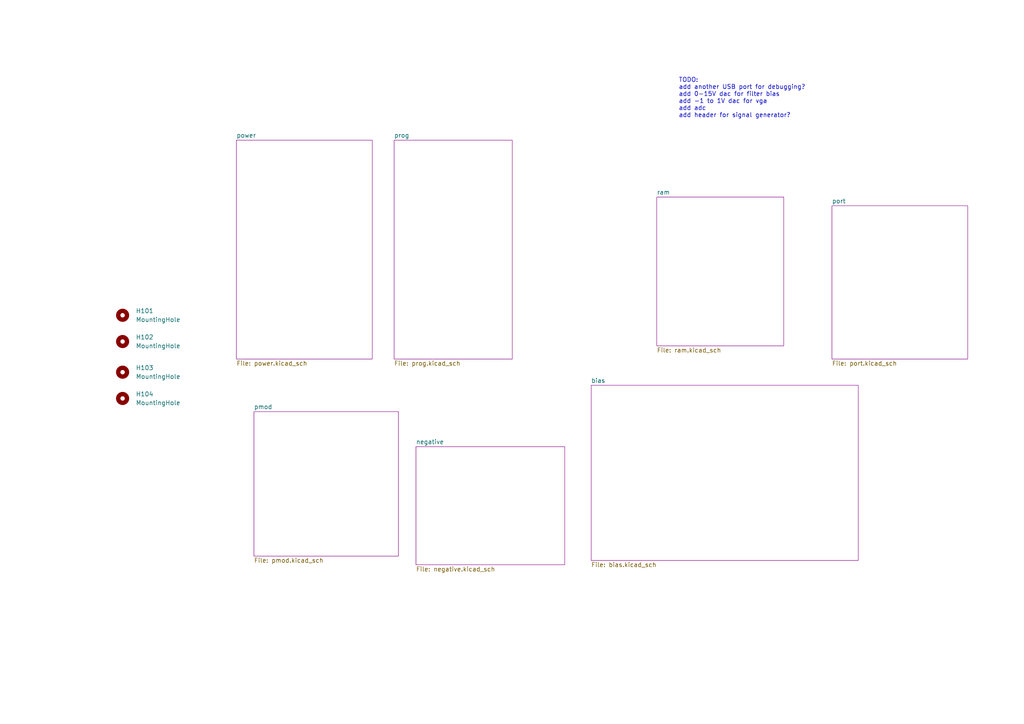
<source format=kicad_sch>
(kicad_sch (version 20201015) (generator eeschema)
  (paper "A4")
  (lib_symbols
    (symbol "Mechanical:MountingHole" (pin_names (offset 1.016))
      (property "Reference" "H" (at 0 5.08 0))
      (property "Value" "MountingHole" (at 0 3.175 0))
      (symbol "MountingHole_0_1"
        (circle (center 0 0) (radius 1.27) (stroke (width 1.27)))
      )
    )
  )
  (text "TODO:\nadd another USB port for debugging?\nadd 0-15V dac for filter bias\nadd -1 to 1V dac for vga\nadd adc\nadd header for signal generator?" (at 196.85 34.29 0) (effects (font (size 1.27 1.27)) (justify left bottom)))
  (symbol (lib_id "Mechanical:MountingHole") (at 35.56 91.44 0) (unit 1)
    (property "Reference" "H101" (at 39.37 90.17 0) (effects (justify left)))
    (property "Value" "MountingHole" (at 39.37 92.71 0) (effects (justify left)))
    (property "Footprint" "MountingHole:MountingHole_2.7mm_M2.5" (effects hide))
  )
  (symbol (lib_id "Mechanical:MountingHole") (at 35.56 99.06 0) (unit 1)
    (property "Reference" "H102" (at 39.37 97.79 0) (effects (justify left)))
    (property "Value" "MountingHole" (at 39.37 100.33 0) (effects (justify left)))
    (property "Footprint" "MountingHole:MountingHole_2.7mm_M2.5" (effects hide))
  )
  (symbol (lib_id "Mechanical:MountingHole") (at 35.56 107.95 0) (unit 1)
    (property "Reference" "H103" (at 39.37 106.68 0) (effects (justify left)))
    (property "Value" "MountingHole" (at 39.37 109.22 0) (effects (justify left)))
    (property "Footprint" "MountingHole:MountingHole_2.7mm_M2.5" (effects hide))
  )
  (symbol (lib_id "Mechanical:MountingHole") (at 35.56 115.57 0) (unit 1)
    (property "Reference" "H104" (at 39.37 114.3 0) (effects (justify left)))
    (property "Value" "MountingHole" (at 39.37 116.84 0) (effects (justify left)))
    (property "Footprint" "MountingHole:MountingHole_2.7mm_M2.5" (effects hide))
  )
  (sheet (at 171.45 111.76) (size 77.47 50.8) (stroke (width 0.001) (color 132 0 132 1)) (fill (color 255 255 255 0.0000))
    (property "Sheet name" "bias" (at 171.45 111.1241 0) (effects (justify left bottom)))
    (property "Sheet file" "bias.kicad_sch" (at 171.45 163.0689 0) (effects (justify left top)))
  )
  (sheet (at 120.65 129.54) (size 43.18 34.29) (stroke (width 0.001) (color 132 0 132 1)) (fill (color 255 255 255 0.0000))
    (property "Sheet name" "negative" (at 120.65 128.9041 0) (effects (justify left bottom)))
    (property "Sheet file" "negative.kicad_sch" (at 120.65 164.3389 0) (effects (justify left top)))
  )
  (sheet (at 73.66 119.38) (size 41.91 41.91) (stroke (width 0.001) (color 132 0 132 1)) (fill (color 255 255 255 0.0000))
    (property "Sheet name" "pmod" (at 73.66 118.7441 0) (effects (justify left bottom)))
    (property "Sheet file" "pmod.kicad_sch" (at 73.66 161.7989 0) (effects (justify left top)))
  )
  (sheet (at 241.3 59.69) (size 39.37 44.45) (stroke (width 0.001) (color 132 0 132 1)) (fill (color 255 255 255 0.0000))
    (property "Sheet name" "port" (at 241.3 59.0541 0) (effects (justify left bottom)))
    (property "Sheet file" "port.kicad_sch" (at 241.3 104.6489 0) (effects (justify left top)))
  )
  (sheet (at 68.58 40.64) (size 39.37 63.5) (stroke (width 0.001) (color 132 0 132 1)) (fill (color 255 255 255 0.0000))
    (property "Sheet name" "power" (at 68.58 40.0041 0) (effects (justify left bottom)))
    (property "Sheet file" "power.kicad_sch" (at 68.58 104.6489 0) (effects (justify left top)))
  )
  (sheet (at 114.3 40.64) (size 34.29 63.5) (stroke (width 0.001) (color 132 0 132 1)) (fill (color 255 255 255 0.0000))
    (property "Sheet name" "prog" (at 114.3 40.0041 0) (effects (justify left bottom)))
    (property "Sheet file" "prog.kicad_sch" (at 114.3 104.6489 0) (effects (justify left top)))
  )
  (sheet (at 190.5 57.15) (size 36.83 43.18) (stroke (width 0.001) (color 132 0 132 1)) (fill (color 255 255 255 0.0000))
    (property "Sheet name" "ram" (at 190.5 56.5141 0) (effects (justify left bottom)))
    (property "Sheet file" "ram.kicad_sch" (at 190.5 100.8389 0) (effects (justify left top)))
  )
)
</source>
